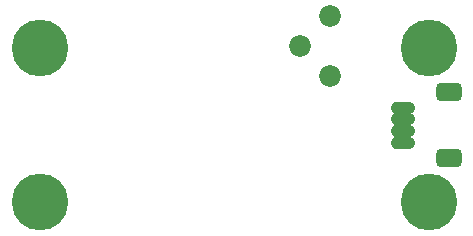
<source format=gbr>
%TF.GenerationSoftware,KiCad,Pcbnew,(6.0.4-0)*%
%TF.CreationDate,2023-08-08T10:08:02-06:00*%
%TF.ProjectId,howland,686f776c-616e-4642-9e6b-696361645f70,rev?*%
%TF.SameCoordinates,Original*%
%TF.FileFunction,Soldermask,Bot*%
%TF.FilePolarity,Negative*%
%FSLAX46Y46*%
G04 Gerber Fmt 4.6, Leading zero omitted, Abs format (unit mm)*
G04 Created by KiCad (PCBNEW (6.0.4-0)) date 2023-08-08 10:08:02*
%MOMM*%
%LPD*%
G01*
G04 APERTURE LIST*
G04 Aperture macros list*
%AMRoundRect*
0 Rectangle with rounded corners*
0 $1 Rounding radius*
0 $2 $3 $4 $5 $6 $7 $8 $9 X,Y pos of 4 corners*
0 Add a 4 corners polygon primitive as box body*
4,1,4,$2,$3,$4,$5,$6,$7,$8,$9,$2,$3,0*
0 Add four circle primitives for the rounded corners*
1,1,$1+$1,$2,$3*
1,1,$1+$1,$4,$5*
1,1,$1+$1,$6,$7*
1,1,$1+$1,$8,$9*
0 Add four rect primitives between the rounded corners*
20,1,$1+$1,$2,$3,$4,$5,0*
20,1,$1+$1,$4,$5,$6,$7,0*
20,1,$1+$1,$6,$7,$8,$9,0*
20,1,$1+$1,$8,$9,$2,$3,0*%
G04 Aperture macros list end*
%ADD10C,1.100000*%
%ADD11C,4.800000*%
%ADD12C,1.840000*%
%ADD13RoundRect,0.350000X-0.625000X0.150000X-0.625000X-0.150000X0.625000X-0.150000X0.625000X0.150000X0*%
%ADD14RoundRect,0.450000X-0.650000X0.350000X-0.650000X-0.350000X0.650000X-0.350000X0.650000X0.350000X0*%
G04 APERTURE END LIST*
D10*
%TO.C,MH1*%
X101350000Y-84000000D03*
X103000000Y-82350000D03*
X104166726Y-85166726D03*
X104166726Y-82833274D03*
D11*
X103000000Y-84000000D03*
D10*
X104650000Y-84000000D03*
X101833274Y-82833274D03*
X101833274Y-85166726D03*
X103000000Y-85650000D03*
%TD*%
D11*
%TO.C,MH2*%
X136000000Y-84000000D03*
D10*
X137166726Y-82833274D03*
X134350000Y-84000000D03*
X137650000Y-84000000D03*
X137166726Y-85166726D03*
X136000000Y-82350000D03*
X136000000Y-85650000D03*
X134833274Y-85166726D03*
X134833274Y-82833274D03*
%TD*%
%TO.C,MH3*%
X101833274Y-98166726D03*
D11*
X103000000Y-97000000D03*
D10*
X104166726Y-98166726D03*
X101833274Y-95833274D03*
X104166726Y-95833274D03*
X103000000Y-95350000D03*
X104650000Y-97000000D03*
X101350000Y-97000000D03*
X103000000Y-98650000D03*
%TD*%
D11*
%TO.C,MH4*%
X136000000Y-97000000D03*
D10*
X134833274Y-95833274D03*
X134350000Y-97000000D03*
X137650000Y-97000000D03*
X136000000Y-95350000D03*
X137166726Y-98166726D03*
X137166726Y-95833274D03*
X134833274Y-98166726D03*
X136000000Y-98650000D03*
%TD*%
D12*
%TO.C,RV1*%
X127550000Y-86350000D03*
X125010000Y-83810000D03*
X127550000Y-81270000D03*
%TD*%
D13*
%TO.C,J3*%
X133750000Y-89000000D03*
X133750000Y-90000000D03*
X133750000Y-91000000D03*
X133750000Y-92000000D03*
D14*
X137625000Y-87700000D03*
X137625000Y-93300000D03*
%TD*%
M02*

</source>
